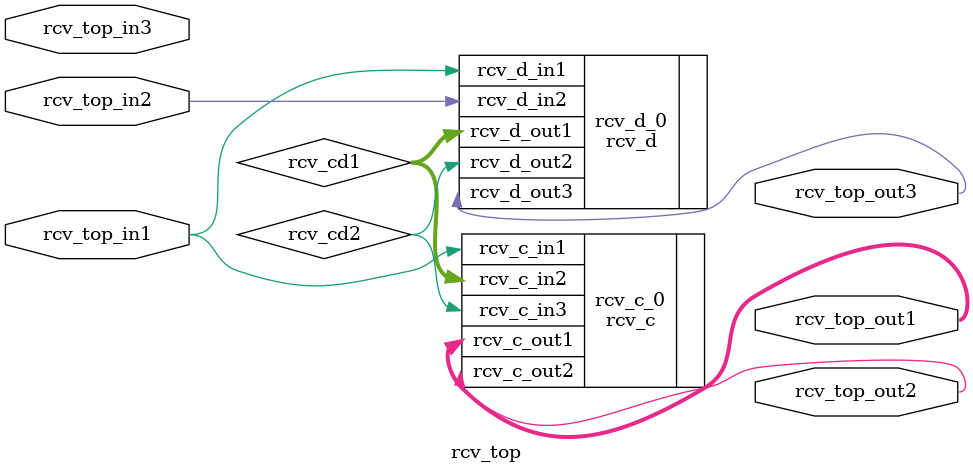
<source format=v>
module rcv_top (
    rcv_top_in1,
    rcv_top_in2,
    rcv_top_in3,
    rcv_top_out1,
    rcv_top_out2,
    rcv_top_out3
);

    // ------------------------------------------------------------------
    input        rcv_top_in1;
    input        rcv_top_in2;
    input        rcv_top_in3;

    output [7:0] rcv_top_out1;
    output       rcv_top_out2;
    output       rcv_top_out3;

    // ------------------------------------------------------------------
    wire [7:0] rcv_cd1;
    wire       rcv_cd2;

    // ------------------------------------------------------------------
    // Module instantiations
    //
    // rcv_c is the module name and should exactly match
    // the lower-level module name. rcv_c_0 is the instance
    // name and should be unique within this module.
    // ------------------------------------------------------------------
    rcv_c rcv_c_0 (
        .rcv_c_in1  (rcv_top_in1),
        .rcv_c_in2  (rcv_cd1),
        .rcv_c_in3  (rcv_cd2),
        .rcv_c_out1 (rcv_top_out1),
        .rcv_c_out2 (rcv_top_out2)
    );

    rcv_d rcv_d_0 (
        .rcv_d_in1  (rcv_top_in1),
        .rcv_d_in2  (rcv_top_in2),
        .rcv_d_out1 (rcv_cd1),
        .rcv_d_out2 (rcv_cd2),
        .rcv_d_out3 (rcv_top_out3)
    );

endmodule



</source>
